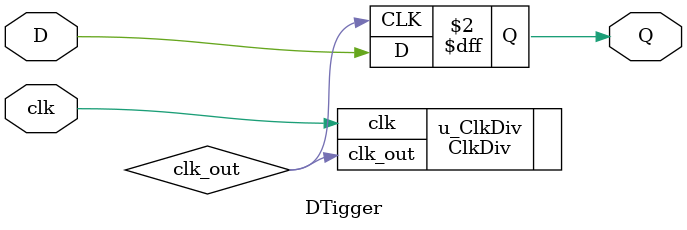
<source format=v>
module DTigger
    #(
        parameter Baud = 9600
    )
    (
        input clk,
        input D,
        output reg Q
    );
    always @(negedge clk_out) begin
        Q=D;
    end

    ClkDiv #(
               .Baud(Baud)
           )
           u_ClkDiv
           (
               .clk(clk),
               .clk_out(clk_out)
           );

endmodule

</source>
